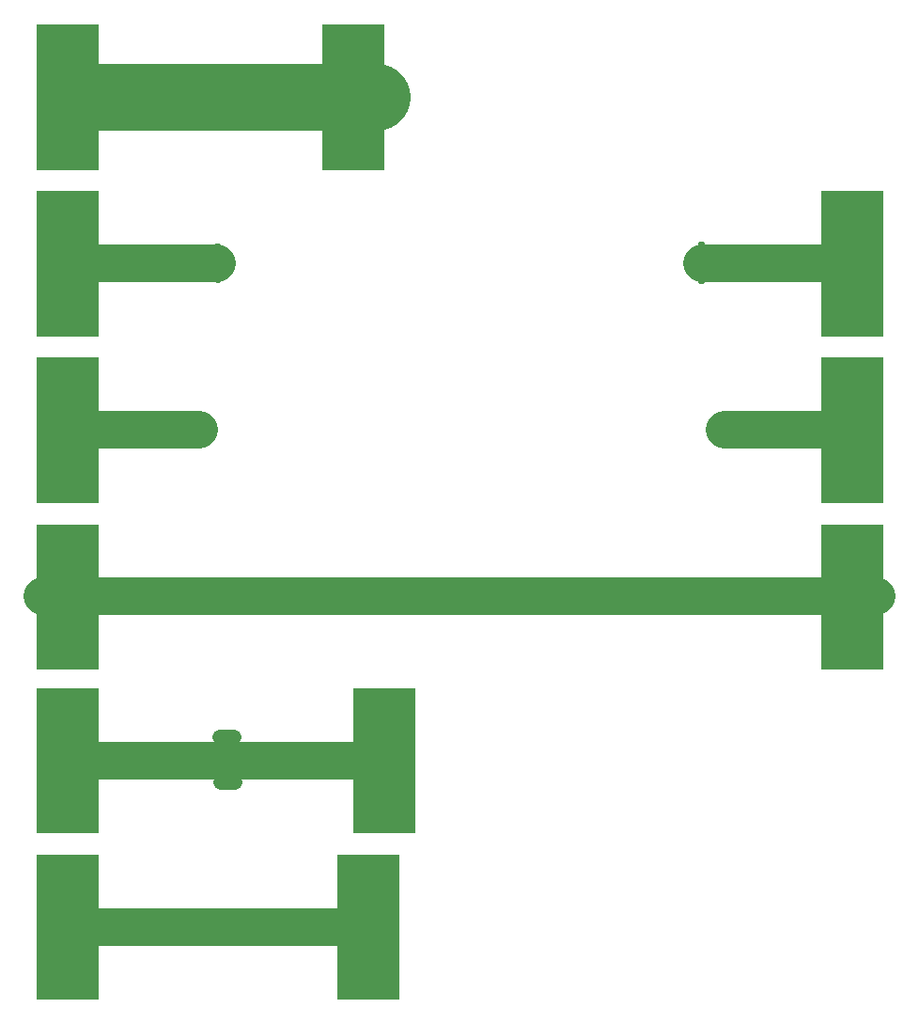
<source format=gts>
G04 #@! TF.GenerationSoftware,KiCad,Pcbnew,(5.1.7)-1*
G04 #@! TF.CreationDate,2020-12-28T13:52:33+01:00*
G04 #@! TF.ProjectId,6Layers_trl-board,364c6179-6572-4735-9f74-726c2d626f61,0.3*
G04 #@! TF.SameCoordinates,Original*
G04 #@! TF.FileFunction,Soldermask,Top*
G04 #@! TF.FilePolarity,Negative*
%FSLAX46Y46*%
G04 Gerber Fmt 4.6, Leading zero omitted, Abs format (unit mm)*
G04 Created by KiCad (PCBNEW (5.1.7)-1) date 2020-12-28 13:52:33*
%MOMM*%
%LPD*%
G01*
G04 APERTURE LIST*
%ADD10C,3.415900*%
%ADD11C,1.340360*%
%ADD12C,6.000000*%
%ADD13C,0.100000*%
%ADD14C,2.800000*%
G04 APERTURE END LIST*
D10*
X165060000Y-87830000D02*
X176914400Y-87810000D01*
D11*
X119740000Y-119600000D02*
X120990000Y-119600000D01*
X119620000Y-115520000D02*
X120870000Y-115520000D01*
D10*
X103660000Y-102830000D02*
X178800000Y-102830000D01*
D12*
X107050000Y-57830000D02*
X133800000Y-57830000D01*
D10*
X119405500Y-72830000D02*
X105885600Y-72830000D01*
X119430000Y-132580000D02*
X133012800Y-132580000D01*
X105885600Y-132580000D02*
X119430000Y-132580000D01*
X121092500Y-117580000D02*
X134435200Y-117580000D01*
X105885600Y-117580000D02*
X119217500Y-117580000D01*
X176599200Y-72830000D02*
X163030000Y-72830000D01*
X105885600Y-87830000D02*
X117730000Y-87830000D01*
D13*
G36*
X130230000Y-139080000D02*
G01*
X130230000Y-126080000D01*
X135730000Y-126080000D01*
X135730000Y-139080000D01*
X130230000Y-139080000D01*
G37*
X130230000Y-139080000D02*
X130230000Y-126080000D01*
X135730000Y-126080000D01*
X135730000Y-139080000D01*
X130230000Y-139080000D01*
G36*
X108630000Y-126080000D02*
G01*
X108630000Y-139080000D01*
X103130000Y-139080000D01*
X103130000Y-126080000D01*
X108630000Y-126080000D01*
G37*
X108630000Y-126080000D02*
X108630000Y-139080000D01*
X103130000Y-139080000D01*
X103130000Y-126080000D01*
X108630000Y-126080000D01*
G36*
X131660000Y-124080000D02*
G01*
X131660000Y-111080000D01*
X137160000Y-111080000D01*
X137160000Y-124080000D01*
X131660000Y-124080000D01*
G37*
X131660000Y-124080000D02*
X131660000Y-111080000D01*
X137160000Y-111080000D01*
X137160000Y-124080000D01*
X131660000Y-124080000D01*
G36*
X108630000Y-111080000D02*
G01*
X108630000Y-124080000D01*
X103130000Y-124080000D01*
X103130000Y-111080000D01*
X108630000Y-111080000D01*
G37*
X108630000Y-111080000D02*
X108630000Y-124080000D01*
X103130000Y-124080000D01*
X103130000Y-111080000D01*
X108630000Y-111080000D01*
G36*
X173830000Y-109330000D02*
G01*
X173830000Y-96330000D01*
X179330000Y-96330000D01*
X179330000Y-109330000D01*
X173830000Y-109330000D01*
G37*
X173830000Y-109330000D02*
X173830000Y-96330000D01*
X179330000Y-96330000D01*
X179330000Y-109330000D01*
X173830000Y-109330000D01*
G36*
X108630000Y-96330000D02*
G01*
X108630000Y-109330000D01*
X103130000Y-109330000D01*
X103130000Y-96330000D01*
X108630000Y-96330000D01*
G37*
X108630000Y-96330000D02*
X108630000Y-109330000D01*
X103130000Y-109330000D01*
X103130000Y-96330000D01*
X108630000Y-96330000D01*
G36*
X173830000Y-94330000D02*
G01*
X173830000Y-81330000D01*
X179330000Y-81330000D01*
X179330000Y-94330000D01*
X173830000Y-94330000D01*
G37*
X173830000Y-94330000D02*
X173830000Y-81330000D01*
X179330000Y-81330000D01*
X179330000Y-94330000D01*
X173830000Y-94330000D01*
G36*
X108630000Y-81330000D02*
G01*
X108630000Y-94330000D01*
X103130000Y-94330000D01*
X103130000Y-81330000D01*
X108630000Y-81330000D01*
G37*
X108630000Y-81330000D02*
X108630000Y-94330000D01*
X103130000Y-94330000D01*
X103130000Y-81330000D01*
X108630000Y-81330000D01*
G36*
X173830000Y-79330000D02*
G01*
X173830000Y-66330000D01*
X179330000Y-66330000D01*
X179330000Y-79330000D01*
X173830000Y-79330000D01*
G37*
X173830000Y-79330000D02*
X173830000Y-66330000D01*
X179330000Y-66330000D01*
X179330000Y-79330000D01*
X173830000Y-79330000D01*
G36*
X108630000Y-66330000D02*
G01*
X108630000Y-79330000D01*
X103130000Y-79330000D01*
X103130000Y-66330000D01*
X108630000Y-66330000D01*
G37*
X108630000Y-66330000D02*
X108630000Y-79330000D01*
X103130000Y-79330000D01*
X103130000Y-66330000D01*
X108630000Y-66330000D01*
G36*
X128830000Y-64330000D02*
G01*
X128830000Y-51330000D01*
X134330000Y-51330000D01*
X134330000Y-64330000D01*
X128830000Y-64330000D01*
G37*
X128830000Y-64330000D02*
X128830000Y-51330000D01*
X134330000Y-51330000D01*
X134330000Y-64330000D01*
X128830000Y-64330000D01*
G36*
X108630000Y-51330000D02*
G01*
X108630000Y-64330000D01*
X103130000Y-64330000D01*
X103130000Y-51330000D01*
X108630000Y-51330000D01*
G37*
X108630000Y-51330000D02*
X108630000Y-64330000D01*
X103130000Y-64330000D01*
X103130000Y-51330000D01*
X108630000Y-51330000D01*
G36*
G01*
X162860000Y-74080000D02*
X163200000Y-74080000D01*
G75*
G02*
X163350000Y-74230000I0J-150000D01*
G01*
X163350000Y-74530000D01*
G75*
G02*
X163200000Y-74680000I-150000J0D01*
G01*
X162860000Y-74680000D01*
G75*
G02*
X162710000Y-74530000I0J150000D01*
G01*
X162710000Y-74230000D01*
G75*
G02*
X162860000Y-74080000I150000J0D01*
G01*
G37*
G36*
G01*
X162860000Y-73120000D02*
X163200000Y-73120000D01*
G75*
G02*
X163350000Y-73270000I0J-150000D01*
G01*
X163350000Y-73570000D01*
G75*
G02*
X163200000Y-73720000I-150000J0D01*
G01*
X162860000Y-73720000D01*
G75*
G02*
X162710000Y-73570000I0J150000D01*
G01*
X162710000Y-73270000D01*
G75*
G02*
X162860000Y-73120000I150000J0D01*
G01*
G37*
G36*
G01*
X163200000Y-71520000D02*
X162860000Y-71520000D01*
G75*
G02*
X162710000Y-71370000I0J150000D01*
G01*
X162710000Y-71070000D01*
G75*
G02*
X162860000Y-70920000I150000J0D01*
G01*
X163200000Y-70920000D01*
G75*
G02*
X163350000Y-71070000I0J-150000D01*
G01*
X163350000Y-71370000D01*
G75*
G02*
X163200000Y-71520000I-150000J0D01*
G01*
G37*
G36*
G01*
X163200000Y-72480000D02*
X162860000Y-72480000D01*
G75*
G02*
X162710000Y-72330000I0J150000D01*
G01*
X162710000Y-72030000D01*
G75*
G02*
X162860000Y-71880000I150000J0D01*
G01*
X163200000Y-71880000D01*
G75*
G02*
X163350000Y-72030000I0J-150000D01*
G01*
X163350000Y-72330000D01*
G75*
G02*
X163200000Y-72480000I-150000J0D01*
G01*
G37*
G36*
G01*
X119280000Y-73980000D02*
X119620000Y-73980000D01*
G75*
G02*
X119770000Y-74130000I0J-150000D01*
G01*
X119770000Y-74430000D01*
G75*
G02*
X119620000Y-74580000I-150000J0D01*
G01*
X119280000Y-74580000D01*
G75*
G02*
X119130000Y-74430000I0J150000D01*
G01*
X119130000Y-74130000D01*
G75*
G02*
X119280000Y-73980000I150000J0D01*
G01*
G37*
G36*
G01*
X119280000Y-73020000D02*
X119620000Y-73020000D01*
G75*
G02*
X119770000Y-73170000I0J-150000D01*
G01*
X119770000Y-73470000D01*
G75*
G02*
X119620000Y-73620000I-150000J0D01*
G01*
X119280000Y-73620000D01*
G75*
G02*
X119130000Y-73470000I0J150000D01*
G01*
X119130000Y-73170000D01*
G75*
G02*
X119280000Y-73020000I150000J0D01*
G01*
G37*
G36*
G01*
X119600000Y-71670000D02*
X119260000Y-71670000D01*
G75*
G02*
X119110000Y-71520000I0J150000D01*
G01*
X119110000Y-71220000D01*
G75*
G02*
X119260000Y-71070000I150000J0D01*
G01*
X119600000Y-71070000D01*
G75*
G02*
X119750000Y-71220000I0J-150000D01*
G01*
X119750000Y-71520000D01*
G75*
G02*
X119600000Y-71670000I-150000J0D01*
G01*
G37*
G36*
G01*
X119600000Y-72630000D02*
X119260000Y-72630000D01*
G75*
G02*
X119110000Y-72480000I0J150000D01*
G01*
X119110000Y-72180000D01*
G75*
G02*
X119260000Y-72030000I150000J0D01*
G01*
X119600000Y-72030000D01*
G75*
G02*
X119750000Y-72180000I0J-150000D01*
G01*
X119750000Y-72480000D01*
G75*
G02*
X119600000Y-72630000I-150000J0D01*
G01*
G37*
G36*
G01*
X119620000Y-133010000D02*
X119280000Y-133010000D01*
G75*
G02*
X119130000Y-132860000I0J150000D01*
G01*
X119130000Y-132560000D01*
G75*
G02*
X119280000Y-132410000I150000J0D01*
G01*
X119620000Y-132410000D01*
G75*
G02*
X119770000Y-132560000I0J-150000D01*
G01*
X119770000Y-132860000D01*
G75*
G02*
X119620000Y-133010000I-150000J0D01*
G01*
G37*
G36*
G01*
X119620000Y-133970000D02*
X119280000Y-133970000D01*
G75*
G02*
X119130000Y-133820000I0J150000D01*
G01*
X119130000Y-133520000D01*
G75*
G02*
X119280000Y-133370000I150000J0D01*
G01*
X119620000Y-133370000D01*
G75*
G02*
X119770000Y-133520000I0J-150000D01*
G01*
X119770000Y-133820000D01*
G75*
G02*
X119620000Y-133970000I-150000J0D01*
G01*
G37*
G36*
G01*
X119975000Y-117410000D02*
X119975000Y-117750000D01*
G75*
G02*
X119825000Y-117900000I-150000J0D01*
G01*
X119525000Y-117900000D01*
G75*
G02*
X119375000Y-117750000I0J150000D01*
G01*
X119375000Y-117410000D01*
G75*
G02*
X119525000Y-117260000I150000J0D01*
G01*
X119825000Y-117260000D01*
G75*
G02*
X119975000Y-117410000I0J-150000D01*
G01*
G37*
G36*
G01*
X120935000Y-117410000D02*
X120935000Y-117750000D01*
G75*
G02*
X120785000Y-117900000I-150000J0D01*
G01*
X120485000Y-117900000D01*
G75*
G02*
X120335000Y-117750000I0J150000D01*
G01*
X120335000Y-117410000D01*
G75*
G02*
X120485000Y-117260000I150000J0D01*
G01*
X120785000Y-117260000D01*
G75*
G02*
X120935000Y-117410000I0J-150000D01*
G01*
G37*
D14*
X132840000Y-137345000D03*
X132840000Y-127815000D03*
G36*
G01*
X134804500Y-132378400D02*
X135566500Y-132378400D01*
G75*
G02*
X135666500Y-132478400I0J-100000D01*
G01*
X135666500Y-132681600D01*
G75*
G02*
X135566500Y-132781600I-100000J0D01*
G01*
X134804500Y-132781600D01*
G75*
G02*
X134704500Y-132681600I0J100000D01*
G01*
X134704500Y-132478400D01*
G75*
G02*
X134804500Y-132378400I100000J0D01*
G01*
G37*
X106020000Y-127815000D03*
X106020000Y-137345000D03*
G36*
G01*
X104055500Y-132781600D02*
X103293500Y-132781600D01*
G75*
G02*
X103193500Y-132681600I0J100000D01*
G01*
X103193500Y-132478400D01*
G75*
G02*
X103293500Y-132378400I100000J0D01*
G01*
X104055500Y-132378400D01*
G75*
G02*
X104155500Y-132478400I0J-100000D01*
G01*
X104155500Y-132681600D01*
G75*
G02*
X104055500Y-132781600I-100000J0D01*
G01*
G37*
X134270000Y-122345000D03*
X134270000Y-112815000D03*
G36*
G01*
X136234500Y-117378400D02*
X136996500Y-117378400D01*
G75*
G02*
X137096500Y-117478400I0J-100000D01*
G01*
X137096500Y-117681600D01*
G75*
G02*
X136996500Y-117781600I-100000J0D01*
G01*
X136234500Y-117781600D01*
G75*
G02*
X136134500Y-117681600I0J100000D01*
G01*
X136134500Y-117478400D01*
G75*
G02*
X136234500Y-117378400I100000J0D01*
G01*
G37*
X106020000Y-112815000D03*
X106020000Y-122345000D03*
G36*
G01*
X104055500Y-117781600D02*
X103293500Y-117781600D01*
G75*
G02*
X103193500Y-117681600I0J100000D01*
G01*
X103193500Y-117478400D01*
G75*
G02*
X103293500Y-117378400I100000J0D01*
G01*
X104055500Y-117378400D01*
G75*
G02*
X104155500Y-117478400I0J-100000D01*
G01*
X104155500Y-117681600D01*
G75*
G02*
X104055500Y-117781600I-100000J0D01*
G01*
G37*
X176440000Y-107595000D03*
X176440000Y-98065000D03*
G36*
G01*
X178404500Y-102628400D02*
X179166500Y-102628400D01*
G75*
G02*
X179266500Y-102728400I0J-100000D01*
G01*
X179266500Y-102931600D01*
G75*
G02*
X179166500Y-103031600I-100000J0D01*
G01*
X178404500Y-103031600D01*
G75*
G02*
X178304500Y-102931600I0J100000D01*
G01*
X178304500Y-102728400D01*
G75*
G02*
X178404500Y-102628400I100000J0D01*
G01*
G37*
X106020000Y-98065000D03*
X106020000Y-107595000D03*
G36*
G01*
X104055500Y-103031600D02*
X103293500Y-103031600D01*
G75*
G02*
X103193500Y-102931600I0J100000D01*
G01*
X103193500Y-102728400D01*
G75*
G02*
X103293500Y-102628400I100000J0D01*
G01*
X104055500Y-102628400D01*
G75*
G02*
X104155500Y-102728400I0J-100000D01*
G01*
X104155500Y-102931600D01*
G75*
G02*
X104055500Y-103031600I-100000J0D01*
G01*
G37*
X176440000Y-92595000D03*
X176440000Y-83065000D03*
G36*
G01*
X178404500Y-87628400D02*
X179166500Y-87628400D01*
G75*
G02*
X179266500Y-87728400I0J-100000D01*
G01*
X179266500Y-87931600D01*
G75*
G02*
X179166500Y-88031600I-100000J0D01*
G01*
X178404500Y-88031600D01*
G75*
G02*
X178304500Y-87931600I0J100000D01*
G01*
X178304500Y-87728400D01*
G75*
G02*
X178404500Y-87628400I100000J0D01*
G01*
G37*
X106020000Y-83065000D03*
X106020000Y-92595000D03*
G36*
G01*
X104055500Y-88031600D02*
X103293500Y-88031600D01*
G75*
G02*
X103193500Y-87931600I0J100000D01*
G01*
X103193500Y-87728400D01*
G75*
G02*
X103293500Y-87628400I100000J0D01*
G01*
X104055500Y-87628400D01*
G75*
G02*
X104155500Y-87728400I0J-100000D01*
G01*
X104155500Y-87931600D01*
G75*
G02*
X104055500Y-88031600I-100000J0D01*
G01*
G37*
X176440000Y-77595000D03*
X176440000Y-68065000D03*
G36*
G01*
X178404500Y-72628400D02*
X179166500Y-72628400D01*
G75*
G02*
X179266500Y-72728400I0J-100000D01*
G01*
X179266500Y-72931600D01*
G75*
G02*
X179166500Y-73031600I-100000J0D01*
G01*
X178404500Y-73031600D01*
G75*
G02*
X178304500Y-72931600I0J100000D01*
G01*
X178304500Y-72728400D01*
G75*
G02*
X178404500Y-72628400I100000J0D01*
G01*
G37*
X106020000Y-68065000D03*
X106020000Y-77595000D03*
G36*
G01*
X104055500Y-73031600D02*
X103293500Y-73031600D01*
G75*
G02*
X103193500Y-72931600I0J100000D01*
G01*
X103193500Y-72728400D01*
G75*
G02*
X103293500Y-72628400I100000J0D01*
G01*
X104055500Y-72628400D01*
G75*
G02*
X104155500Y-72728400I0J-100000D01*
G01*
X104155500Y-72931600D01*
G75*
G02*
X104055500Y-73031600I-100000J0D01*
G01*
G37*
X131440000Y-62595000D03*
X131440000Y-53065000D03*
G36*
G01*
X133404500Y-57628400D02*
X134166500Y-57628400D01*
G75*
G02*
X134266500Y-57728400I0J-100000D01*
G01*
X134266500Y-57931600D01*
G75*
G02*
X134166500Y-58031600I-100000J0D01*
G01*
X133404500Y-58031600D01*
G75*
G02*
X133304500Y-57931600I0J100000D01*
G01*
X133304500Y-57728400D01*
G75*
G02*
X133404500Y-57628400I100000J0D01*
G01*
G37*
X106020000Y-53065000D03*
X106020000Y-62595000D03*
G36*
G01*
X104055500Y-58031600D02*
X103293500Y-58031600D01*
G75*
G02*
X103193500Y-57931600I0J100000D01*
G01*
X103193500Y-57728400D01*
G75*
G02*
X103293500Y-57628400I100000J0D01*
G01*
X104055500Y-57628400D01*
G75*
G02*
X104155500Y-57728400I0J-100000D01*
G01*
X104155500Y-57931600D01*
G75*
G02*
X104055500Y-58031600I-100000J0D01*
G01*
G37*
M02*

</source>
